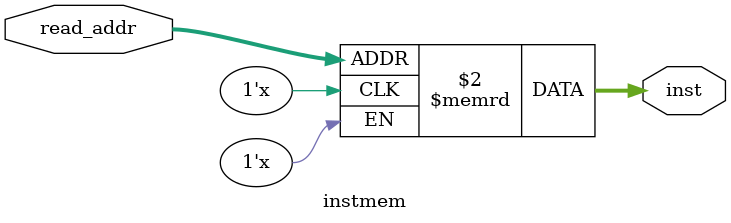
<source format=sv>
module instmem(
	input logic [31:0] read_addr, 
   output logic [31:0] inst
);

   
   logic [31:0] mem_array [0:1023];

   // always_comb begin : blockName
   //     mem_array[0]=32'h0000_0000;
   //     mem_array[1]=32'h0000_0000;
   // end
   
   always_comb inst = mem_array[read_addr];
		
endmodule

</source>
